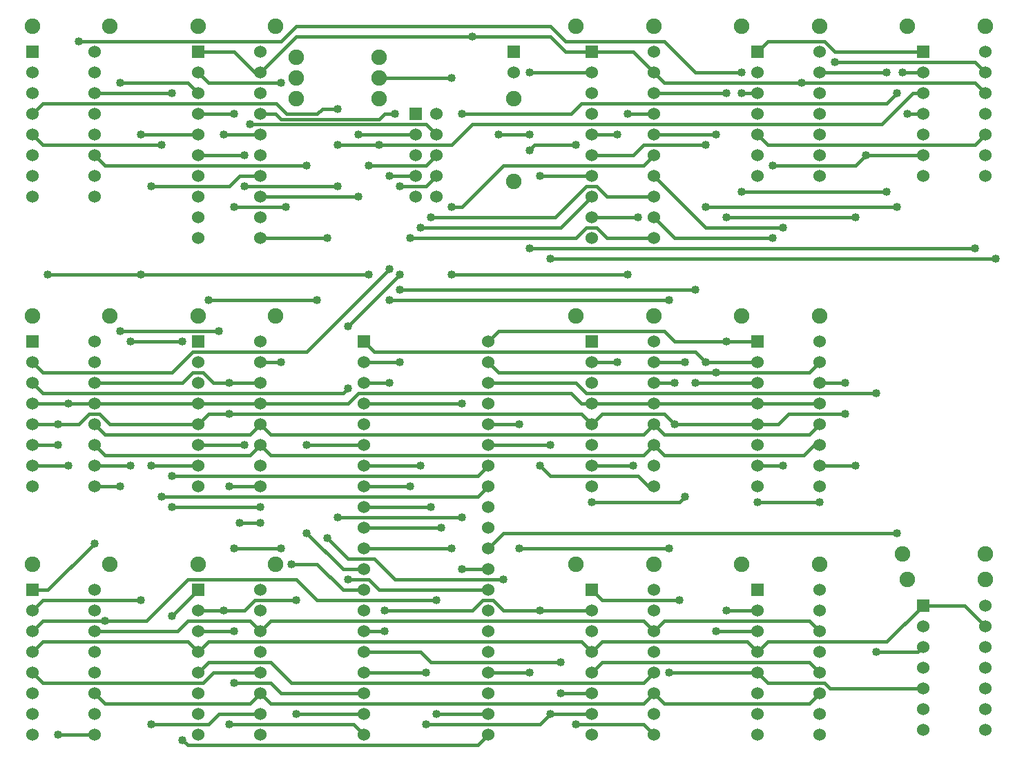
<source format=gbr>
G04 #@! TF.FileFunction,Copper,L1,Top,Signal*
%FSLAX46Y46*%
G04 Gerber Fmt 4.6, Leading zero omitted, Abs format (unit mm)*
G04 Created by KiCad (PCBNEW 4.0.7) date 03/16/20 14:44:42*
%MOMM*%
%LPD*%
G01*
G04 APERTURE LIST*
%ADD10C,0.100000*%
%ADD11C,1.524000*%
%ADD12R,1.524000X1.524000*%
%ADD13C,1.905000*%
%ADD14C,1.016000*%
%ADD15C,0.381000*%
G04 APERTURE END LIST*
D10*
D11*
X146685000Y-116840000D03*
X146685000Y-114300000D03*
X146685000Y-111760000D03*
X146685000Y-109220000D03*
X146685000Y-106680000D03*
X146685000Y-104140000D03*
X146685000Y-101600000D03*
X146685000Y-99060000D03*
X131445000Y-116840000D03*
X131445000Y-114300000D03*
X131445000Y-111760000D03*
X131445000Y-106680000D03*
X131445000Y-104140000D03*
X131445000Y-101600000D03*
X131445000Y-109220000D03*
X131445000Y-99060000D03*
D12*
X131445000Y-68580000D03*
D11*
X131445000Y-71120000D03*
X131445000Y-73660000D03*
X131445000Y-76200000D03*
X131445000Y-78740000D03*
X131445000Y-81280000D03*
X131445000Y-83820000D03*
X131445000Y-86360000D03*
X131445000Y-88900000D03*
X131445000Y-91440000D03*
X131445000Y-93980000D03*
X131445000Y-96520000D03*
X146685000Y-96520000D03*
X146685000Y-93980000D03*
X146685000Y-91440000D03*
X146685000Y-88900000D03*
X146685000Y-86360000D03*
X146685000Y-83820000D03*
X146685000Y-81280000D03*
X146685000Y-78740000D03*
X146685000Y-76200000D03*
X146685000Y-73660000D03*
X146685000Y-71120000D03*
X146685000Y-68580000D03*
X90805000Y-76200000D03*
X90805000Y-73660000D03*
X90805000Y-71120000D03*
D12*
X90805000Y-68580000D03*
D11*
X90805000Y-78740000D03*
X90805000Y-81280000D03*
X90805000Y-83820000D03*
X90805000Y-86360000D03*
X98425000Y-86360000D03*
X98425000Y-83820000D03*
X98425000Y-81280000D03*
X98425000Y-78740000D03*
X98425000Y-76200000D03*
X98425000Y-73660000D03*
X98425000Y-71120000D03*
X98425000Y-68580000D03*
D12*
X137795000Y-40640000D03*
D11*
X137795000Y-43180000D03*
X137795000Y-45720000D03*
X137795000Y-48260000D03*
X137795000Y-50800000D03*
X140335000Y-45720000D03*
X140335000Y-43180000D03*
X140335000Y-40640000D03*
X140335000Y-48260000D03*
X140335000Y-50800000D03*
X90805000Y-106680000D03*
X90805000Y-104140000D03*
X90805000Y-101600000D03*
D12*
X90805000Y-99060000D03*
D11*
X90805000Y-109220000D03*
X90805000Y-111760000D03*
X90805000Y-114300000D03*
X90805000Y-116840000D03*
X98425000Y-116840000D03*
X98425000Y-114300000D03*
X98425000Y-111760000D03*
X98425000Y-109220000D03*
X98425000Y-106680000D03*
X98425000Y-104140000D03*
X98425000Y-101600000D03*
X98425000Y-99060000D03*
X111125000Y-76200000D03*
X111125000Y-73660000D03*
X111125000Y-71120000D03*
D12*
X111125000Y-68580000D03*
D11*
X111125000Y-78740000D03*
X111125000Y-81280000D03*
X111125000Y-83820000D03*
X111125000Y-86360000D03*
X118745000Y-86360000D03*
X118745000Y-83820000D03*
X118745000Y-81280000D03*
X118745000Y-78740000D03*
X118745000Y-76200000D03*
X118745000Y-73660000D03*
X118745000Y-71120000D03*
X118745000Y-68580000D03*
D12*
X159385000Y-33020000D03*
D11*
X159385000Y-35560000D03*
X159385000Y-38100000D03*
X159385000Y-40640000D03*
X159385000Y-43180000D03*
X159385000Y-45720000D03*
X159385000Y-48260000D03*
X159385000Y-50800000D03*
X159385000Y-53340000D03*
X159385000Y-55880000D03*
X167005000Y-55880000D03*
X167005000Y-53340000D03*
X167005000Y-50800000D03*
X167005000Y-48260000D03*
X167005000Y-45720000D03*
X167005000Y-43180000D03*
X167005000Y-40640000D03*
X167005000Y-38100000D03*
X167005000Y-35560000D03*
X167005000Y-33020000D03*
D12*
X111125000Y-33020000D03*
D11*
X111125000Y-35560000D03*
X111125000Y-38100000D03*
X111125000Y-40640000D03*
X111125000Y-43180000D03*
X111125000Y-45720000D03*
X111125000Y-48260000D03*
X111125000Y-50800000D03*
X111125000Y-53340000D03*
X111125000Y-55880000D03*
X118745000Y-55880000D03*
X118745000Y-53340000D03*
X118745000Y-50800000D03*
X118745000Y-48260000D03*
X118745000Y-45720000D03*
X118745000Y-43180000D03*
X118745000Y-40640000D03*
X118745000Y-38100000D03*
X118745000Y-35560000D03*
X118745000Y-33020000D03*
D13*
X100330000Y-65405000D03*
X90805000Y-65405000D03*
X120650000Y-65405000D03*
X111125000Y-65405000D03*
X167005000Y-65405000D03*
X157480000Y-65405000D03*
X187325000Y-65405000D03*
X177800000Y-65405000D03*
X100330000Y-29845000D03*
X90805000Y-29845000D03*
X187325000Y-95885000D03*
X177800000Y-95885000D03*
X167005000Y-95885000D03*
X157480000Y-95885000D03*
X120650000Y-95885000D03*
X111125000Y-95885000D03*
X100330000Y-95885000D03*
X90805000Y-95885000D03*
X167005000Y-29845000D03*
X157480000Y-29845000D03*
X120650000Y-29845000D03*
X111125000Y-29845000D03*
X207645000Y-29845000D03*
X198120000Y-29845000D03*
X187325000Y-29845000D03*
X177800000Y-29845000D03*
X207645000Y-97790000D03*
X198120000Y-97790000D03*
D12*
X149860000Y-33020000D03*
D11*
X149860000Y-35560000D03*
D13*
X149860000Y-48895000D03*
X149860000Y-38735000D03*
X197485000Y-94615000D03*
X207645000Y-94615000D03*
X123190000Y-33655000D03*
X133350000Y-33655000D03*
X123190000Y-36195000D03*
X133350000Y-36195000D03*
X123190000Y-38735000D03*
X133350000Y-38735000D03*
D11*
X159385000Y-76200000D03*
X159385000Y-73660000D03*
X159385000Y-71120000D03*
D12*
X159385000Y-68580000D03*
D11*
X159385000Y-78740000D03*
X159385000Y-81280000D03*
X159385000Y-83820000D03*
X159385000Y-86360000D03*
X167005000Y-86360000D03*
X167005000Y-83820000D03*
X167005000Y-81280000D03*
X167005000Y-78740000D03*
X167005000Y-76200000D03*
X167005000Y-73660000D03*
X167005000Y-71120000D03*
X167005000Y-68580000D03*
X179705000Y-76200000D03*
X179705000Y-73660000D03*
X179705000Y-71120000D03*
D12*
X179705000Y-68580000D03*
D11*
X179705000Y-78740000D03*
X179705000Y-81280000D03*
X179705000Y-83820000D03*
X179705000Y-86360000D03*
X187325000Y-86360000D03*
X187325000Y-83820000D03*
X187325000Y-81280000D03*
X187325000Y-78740000D03*
X187325000Y-76200000D03*
X187325000Y-73660000D03*
X187325000Y-71120000D03*
X187325000Y-68580000D03*
X90805000Y-40640000D03*
X90805000Y-38100000D03*
X90805000Y-35560000D03*
D12*
X90805000Y-33020000D03*
D11*
X90805000Y-43180000D03*
X90805000Y-45720000D03*
X90805000Y-48260000D03*
X90805000Y-50800000D03*
X98425000Y-50800000D03*
X98425000Y-48260000D03*
X98425000Y-45720000D03*
X98425000Y-43180000D03*
X98425000Y-40640000D03*
X98425000Y-38100000D03*
X98425000Y-35560000D03*
X98425000Y-33020000D03*
X179705000Y-106680000D03*
X179705000Y-104140000D03*
X179705000Y-101600000D03*
D12*
X179705000Y-99060000D03*
D11*
X179705000Y-109220000D03*
X179705000Y-111760000D03*
X179705000Y-114300000D03*
X179705000Y-116840000D03*
X187325000Y-116840000D03*
X187325000Y-114300000D03*
X187325000Y-111760000D03*
X187325000Y-109220000D03*
X187325000Y-106680000D03*
X187325000Y-104140000D03*
X187325000Y-101600000D03*
X187325000Y-99060000D03*
X159385000Y-106680000D03*
X159385000Y-104140000D03*
X159385000Y-101600000D03*
D12*
X159385000Y-99060000D03*
D11*
X159385000Y-109220000D03*
X159385000Y-111760000D03*
X159385000Y-114300000D03*
X159385000Y-116840000D03*
X167005000Y-116840000D03*
X167005000Y-114300000D03*
X167005000Y-111760000D03*
X167005000Y-109220000D03*
X167005000Y-106680000D03*
X167005000Y-104140000D03*
X167005000Y-101600000D03*
X167005000Y-99060000D03*
X111125000Y-106680000D03*
X111125000Y-104140000D03*
X111125000Y-101600000D03*
D12*
X111125000Y-99060000D03*
D11*
X111125000Y-109220000D03*
X111125000Y-111760000D03*
X111125000Y-114300000D03*
X111125000Y-116840000D03*
X118745000Y-116840000D03*
X118745000Y-114300000D03*
X118745000Y-111760000D03*
X118745000Y-109220000D03*
X118745000Y-106680000D03*
X118745000Y-104140000D03*
X118745000Y-101600000D03*
X118745000Y-99060000D03*
X200025000Y-40640000D03*
X200025000Y-38100000D03*
D12*
X200025000Y-33020000D03*
D11*
X200025000Y-35560000D03*
X200025000Y-43180000D03*
X200025000Y-45720000D03*
X200025000Y-48260000D03*
X207645000Y-48260000D03*
X207645000Y-45720000D03*
X207645000Y-43180000D03*
X207645000Y-40640000D03*
X207645000Y-38100000D03*
X207645000Y-35560000D03*
X207645000Y-33020000D03*
X179705000Y-40640000D03*
X179705000Y-38100000D03*
D12*
X179705000Y-33020000D03*
D11*
X179705000Y-35560000D03*
X179705000Y-43180000D03*
X179705000Y-45720000D03*
X179705000Y-48260000D03*
X187325000Y-48260000D03*
X187325000Y-45720000D03*
X187325000Y-43180000D03*
X187325000Y-40640000D03*
X187325000Y-38100000D03*
X187325000Y-35560000D03*
X187325000Y-33020000D03*
X200025000Y-108585000D03*
X200025000Y-106045000D03*
D12*
X200025000Y-100965000D03*
D11*
X200025000Y-103505000D03*
X200025000Y-111125000D03*
X200025000Y-113665000D03*
X200025000Y-116205000D03*
X207645000Y-116205000D03*
X207645000Y-113665000D03*
X207645000Y-111125000D03*
X207645000Y-108585000D03*
X207645000Y-106045000D03*
X207645000Y-103505000D03*
X207645000Y-100965000D03*
D14*
X172085000Y-73660000D03*
X135255000Y-40640000D03*
X142240000Y-36195000D03*
X114935000Y-115570000D03*
X114300000Y-101600000D03*
X189230000Y-34290000D03*
X151765000Y-57150000D03*
X206375000Y-57150000D03*
X154305000Y-81280000D03*
X154305000Y-58420000D03*
X208915000Y-58420000D03*
X195580000Y-35560000D03*
X162560000Y-71120000D03*
X155575000Y-107950000D03*
X155575000Y-111760000D03*
X139065000Y-109220000D03*
X139065000Y-115570000D03*
X140335000Y-100330000D03*
X140335000Y-114300000D03*
X133985000Y-101600000D03*
X133985000Y-104140000D03*
X121285000Y-93980000D03*
X115570000Y-93980000D03*
X115570000Y-104140000D03*
X123190000Y-100330000D03*
X198120000Y-40640000D03*
X151765000Y-109220000D03*
X193040000Y-45720000D03*
X181610000Y-46990000D03*
X195580000Y-50165000D03*
X177800000Y-50165000D03*
X194310000Y-106680000D03*
X194310000Y-74930000D03*
X144780000Y-31115000D03*
X181610000Y-55880000D03*
X177800000Y-38100000D03*
X177800000Y-35560000D03*
X96520000Y-31750000D03*
X143510000Y-76200000D03*
X143510000Y-40640000D03*
X196850000Y-38100000D03*
X197485000Y-35560000D03*
X133350000Y-44450000D03*
X117475000Y-41910000D03*
X130810000Y-43180000D03*
X182880000Y-83820000D03*
X182880000Y-54610000D03*
X168910000Y-109220000D03*
X168910000Y-93980000D03*
X150495000Y-93980000D03*
X173355000Y-71120000D03*
X157480000Y-115570000D03*
X164465000Y-83820000D03*
X162560000Y-43180000D03*
X174625000Y-104140000D03*
X174625000Y-72390000D03*
X175895000Y-101600000D03*
X175895000Y-68580000D03*
X179705000Y-88265000D03*
X187325000Y-88265000D03*
X174625000Y-43180000D03*
X190500000Y-73660000D03*
X190500000Y-77470000D03*
X169545000Y-73660000D03*
X169545000Y-78740000D03*
X175895000Y-38100000D03*
X191770000Y-83820000D03*
X191770000Y-53340000D03*
X175895000Y-53340000D03*
X114935000Y-73660000D03*
X114935000Y-77470000D03*
X165100000Y-53340000D03*
X154305000Y-114300000D03*
X170180000Y-100330000D03*
X153035000Y-83820000D03*
X153035000Y-48260000D03*
X153035000Y-101600000D03*
X170815000Y-71120000D03*
X170815000Y-87630000D03*
X159385000Y-88265000D03*
X168910000Y-63500000D03*
X134620000Y-63500000D03*
X134620000Y-73660000D03*
X135890000Y-71120000D03*
X135890000Y-62230000D03*
X172085000Y-62230000D03*
X137160000Y-55880000D03*
X137160000Y-86360000D03*
X138430000Y-83820000D03*
X138430000Y-54610000D03*
X139700000Y-53340000D03*
X139700000Y-88900000D03*
X142240000Y-52070000D03*
X140970000Y-91440000D03*
X163830000Y-40640000D03*
X163830000Y-60325000D03*
X142240000Y-60325000D03*
X142240000Y-93980000D03*
X150495000Y-78740000D03*
X147955000Y-43180000D03*
X151765000Y-35560000D03*
X151765000Y-43180000D03*
X151765000Y-45085000D03*
X157480000Y-44450000D03*
X196850000Y-92075000D03*
X196850000Y-52070000D03*
X173355000Y-44450000D03*
X173355000Y-52070000D03*
X107950000Y-85090000D03*
X107950000Y-38100000D03*
X106680000Y-87630000D03*
X106680000Y-44450000D03*
X143510000Y-90170000D03*
X143510000Y-96520000D03*
X128270000Y-90170000D03*
X128270000Y-49530000D03*
X116840000Y-49530000D03*
X129540000Y-97790000D03*
X125730000Y-63500000D03*
X148590000Y-97790000D03*
X112395000Y-63500000D03*
X127000000Y-92710000D03*
X127000000Y-55880000D03*
X93980000Y-78740000D03*
X95250000Y-76200000D03*
X130810000Y-50800000D03*
X135890000Y-49530000D03*
X135890000Y-60325000D03*
X129540000Y-74295000D03*
X129540000Y-66675000D03*
X134620000Y-48260000D03*
X134620000Y-59690000D03*
X132080000Y-46990000D03*
X132080000Y-60325000D03*
X124460000Y-81280000D03*
X124460000Y-46990000D03*
X121285000Y-36830000D03*
X124460000Y-92075000D03*
X122555000Y-95885000D03*
X121920000Y-52070000D03*
X115570000Y-52070000D03*
X123190000Y-114300000D03*
X115570000Y-110490000D03*
X116840000Y-81280000D03*
X93980000Y-81280000D03*
X93980000Y-116840000D03*
X95250000Y-83820000D03*
X99695000Y-102870000D03*
X98425000Y-93345000D03*
X104140000Y-100330000D03*
X104140000Y-60325000D03*
X92710000Y-60325000D03*
X118745000Y-88900000D03*
X107950000Y-102235000D03*
X107950000Y-88900000D03*
X116205000Y-90805000D03*
X118745000Y-90805000D03*
X105410000Y-83820000D03*
X109220000Y-117475000D03*
X105410000Y-115570000D03*
X105410000Y-49530000D03*
X115570000Y-40640000D03*
X116840000Y-45720000D03*
X121285000Y-71120000D03*
X114935000Y-86360000D03*
X114300000Y-43180000D03*
X128270000Y-40005000D03*
X128270000Y-44450000D03*
X109220000Y-68580000D03*
X102870000Y-68580000D03*
X102870000Y-83820000D03*
X113665000Y-67310000D03*
X101600000Y-67310000D03*
X101600000Y-86360000D03*
X104140000Y-43180000D03*
X101600000Y-36830000D03*
X185166000Y-36830000D03*
D15*
X146685000Y-116840000D02*
X145415000Y-118110000D01*
X109855000Y-118110000D02*
X109220000Y-117475000D01*
X145415000Y-118110000D02*
X109855000Y-118110000D01*
X99695000Y-102870000D02*
X92075000Y-102870000D01*
X92075000Y-102870000D02*
X90805000Y-104140000D01*
X140335000Y-100330000D02*
X125730000Y-100330000D01*
X104775000Y-102870000D02*
X99695000Y-102870000D01*
X109855000Y-97790000D02*
X104775000Y-102870000D01*
X123190000Y-97790000D02*
X109855000Y-97790000D01*
X125730000Y-100330000D02*
X123190000Y-97790000D01*
X146685000Y-114300000D02*
X140335000Y-114300000D01*
X151765000Y-109220000D02*
X146685000Y-109220000D01*
X151765000Y-57150000D02*
X206375000Y-57150000D01*
X185166000Y-36830000D02*
X168275000Y-36830000D01*
X168275000Y-36830000D02*
X167005000Y-35560000D01*
X207645000Y-38100000D02*
X206375000Y-36830000D01*
X206375000Y-36830000D02*
X185166000Y-36830000D01*
X159385000Y-33020000D02*
X156210000Y-33020000D01*
X154305000Y-31115000D02*
X144780000Y-31115000D01*
X156210000Y-33020000D02*
X154305000Y-31115000D01*
X144780000Y-31115000D02*
X125730000Y-31115000D01*
X123190000Y-31115000D02*
X118745000Y-35560000D01*
X125730000Y-31115000D02*
X123190000Y-31115000D01*
X118745000Y-35560000D02*
X118110000Y-35560000D01*
X118110000Y-35560000D02*
X115570000Y-33020000D01*
X115570000Y-33020000D02*
X111125000Y-33020000D01*
X167005000Y-35560000D02*
X164465000Y-33020000D01*
X164465000Y-33020000D02*
X159385000Y-33020000D01*
X127000000Y-55880000D02*
X120015000Y-55880000D01*
X120015000Y-55880000D02*
X118745000Y-55880000D01*
X127000000Y-92710000D02*
X129540000Y-95250000D01*
X135255000Y-97790000D02*
X132715000Y-95250000D01*
X132715000Y-95250000D02*
X129540000Y-95250000D01*
X135255000Y-97790000D02*
X148590000Y-97790000D01*
X125730000Y-63500000D02*
X112395000Y-63500000D01*
X146685000Y-99060000D02*
X133350000Y-99060000D01*
X132080000Y-97790000D02*
X129540000Y-97790000D01*
X133350000Y-99060000D02*
X132080000Y-97790000D01*
X114935000Y-115570000D02*
X130175000Y-115570000D01*
X130175000Y-115570000D02*
X131445000Y-116840000D01*
X131445000Y-114300000D02*
X123190000Y-114300000D01*
X114300000Y-101600000D02*
X116840000Y-101600000D01*
X123190000Y-100330000D02*
X123190000Y-100330000D01*
X118110000Y-100330000D02*
X123190000Y-100330000D01*
X116840000Y-101600000D02*
X118110000Y-100330000D01*
X111125000Y-101600000D02*
X114300000Y-101600000D01*
X118745000Y-71120000D02*
X121285000Y-71120000D01*
X131445000Y-111760000D02*
X121285000Y-111760000D01*
X120015000Y-110490000D02*
X115570000Y-110490000D01*
X121285000Y-111760000D02*
X120015000Y-110490000D01*
X131445000Y-111760000D02*
X131445000Y-111760000D01*
X115570000Y-104140000D02*
X111125000Y-104140000D01*
X121285000Y-93980000D02*
X115570000Y-93980000D01*
X159385000Y-111760000D02*
X155575000Y-111760000D01*
X131445000Y-106680000D02*
X138430000Y-106680000D01*
X139700000Y-107950000D02*
X155575000Y-107950000D01*
X138430000Y-106680000D02*
X139700000Y-107950000D01*
X162560000Y-71120000D02*
X159385000Y-71120000D01*
X159385000Y-101600000D02*
X153035000Y-101600000D01*
X153035000Y-101600000D02*
X148590000Y-101600000D01*
X148590000Y-101600000D02*
X147320000Y-100330000D01*
X147320000Y-100330000D02*
X146050000Y-100330000D01*
X146050000Y-100330000D02*
X144780000Y-101600000D01*
X144780000Y-101600000D02*
X133985000Y-101600000D01*
X131445000Y-104140000D02*
X133985000Y-104140000D01*
X154305000Y-114300000D02*
X153035000Y-115570000D01*
X153035000Y-115570000D02*
X139065000Y-115570000D01*
X159385000Y-114300000D02*
X154305000Y-114300000D01*
X139065000Y-109220000D02*
X131445000Y-109220000D01*
X111125000Y-40640000D02*
X115570000Y-40640000D01*
X121920000Y-52070000D02*
X115570000Y-52070000D01*
X131445000Y-99060000D02*
X128905000Y-99060000D01*
X125730000Y-95885000D02*
X122555000Y-95885000D01*
X128905000Y-99060000D02*
X125730000Y-95885000D01*
X173355000Y-71120000D02*
X172085000Y-69850000D01*
X132715000Y-69850000D02*
X131445000Y-68580000D01*
X172085000Y-69850000D02*
X132715000Y-69850000D01*
X179705000Y-71120000D02*
X173355000Y-71120000D01*
X131445000Y-71120000D02*
X135890000Y-71120000D01*
X172085000Y-62230000D02*
X135890000Y-62230000D01*
X179705000Y-73660000D02*
X172085000Y-73660000D01*
X134620000Y-73660000D02*
X131445000Y-73660000D01*
X168910000Y-63500000D02*
X134620000Y-63500000D01*
X159385000Y-88265000D02*
X170180000Y-88265000D01*
X170180000Y-88265000D02*
X170815000Y-87630000D01*
X167005000Y-71120000D02*
X170815000Y-71120000D01*
X200025000Y-35560000D02*
X197485000Y-35560000D01*
X143510000Y-40640000D02*
X156845000Y-40640000D01*
X195580000Y-39370000D02*
X196850000Y-38100000D01*
X158115000Y-39370000D02*
X195580000Y-39370000D01*
X156845000Y-40640000D02*
X158115000Y-39370000D01*
X131445000Y-76200000D02*
X143510000Y-76200000D01*
X128270000Y-40005000D02*
X126365000Y-40005000D01*
X92075000Y-39370000D02*
X90805000Y-40640000D01*
X120703998Y-39370000D02*
X92075000Y-39370000D01*
X121973998Y-40640000D02*
X120703998Y-39370000D01*
X125730000Y-40640000D02*
X121973998Y-40640000D01*
X126365000Y-40005000D02*
X125730000Y-40640000D01*
X133350000Y-44450000D02*
X128270000Y-44450000D01*
X200025000Y-38100000D02*
X198755000Y-38100000D01*
X142240000Y-44450000D02*
X133350000Y-44450000D01*
X144780000Y-41910000D02*
X142240000Y-44450000D01*
X194945000Y-41910000D02*
X144780000Y-41910000D01*
X198755000Y-38100000D02*
X194945000Y-41910000D01*
X124460000Y-46990000D02*
X99695000Y-46990000D01*
X99695000Y-46990000D02*
X98425000Y-45720000D01*
X131445000Y-81280000D02*
X124460000Y-81280000D01*
X177800000Y-35560000D02*
X172085000Y-35560000D01*
X121285000Y-31750000D02*
X96520000Y-31750000D01*
X123190000Y-29845000D02*
X121285000Y-31750000D01*
X154305000Y-29845000D02*
X123190000Y-29845000D01*
X156210000Y-31750000D02*
X154305000Y-29845000D01*
X168275000Y-31750000D02*
X156210000Y-31750000D01*
X172085000Y-35560000D02*
X168275000Y-31750000D01*
X179705000Y-38100000D02*
X177800000Y-38100000D01*
X159385000Y-50800000D02*
X155575000Y-54610000D01*
X155575000Y-54610000D02*
X138430000Y-54610000D01*
X131445000Y-83820000D02*
X138430000Y-83820000D01*
X137160000Y-86360000D02*
X131445000Y-86360000D01*
X167005000Y-55880000D02*
X161290000Y-55880000D01*
X157480000Y-55880000D02*
X137160000Y-55880000D01*
X158750000Y-54610000D02*
X157480000Y-55880000D01*
X160020000Y-54610000D02*
X158750000Y-54610000D01*
X161290000Y-55880000D02*
X160020000Y-54610000D01*
X167005000Y-55880000D02*
X166370000Y-55880000D01*
X139700000Y-88900000D02*
X131445000Y-88900000D01*
X167005000Y-50800000D02*
X161290000Y-50800000D01*
X154940000Y-53340000D02*
X139700000Y-53340000D01*
X158750000Y-49530000D02*
X154940000Y-53340000D01*
X160020000Y-49530000D02*
X158750000Y-49530000D01*
X161290000Y-50800000D02*
X160020000Y-49530000D01*
X140970000Y-91440000D02*
X131445000Y-91440000D01*
X167005000Y-45720000D02*
X165735000Y-46990000D01*
X143510000Y-52070000D02*
X142240000Y-52070000D01*
X148590000Y-46990000D02*
X143510000Y-52070000D01*
X165735000Y-46990000D02*
X148590000Y-46990000D01*
X142240000Y-93980000D02*
X131445000Y-93980000D01*
X163830000Y-60325000D02*
X142240000Y-60325000D01*
X167005000Y-40640000D02*
X163830000Y-40640000D01*
X131445000Y-96520000D02*
X128905000Y-96520000D01*
X128905000Y-96520000D02*
X124460000Y-92075000D01*
X111125000Y-35560000D02*
X112395000Y-36830000D01*
X112395000Y-36830000D02*
X121285000Y-36830000D01*
X116840000Y-45720000D02*
X111125000Y-45720000D01*
X128270000Y-49530000D02*
X116840000Y-49530000D01*
X143510000Y-90170000D02*
X128270000Y-90170000D01*
X146685000Y-96520000D02*
X143510000Y-96520000D01*
X196850000Y-52070000D02*
X173355000Y-52070000D01*
X159385000Y-45720000D02*
X164465000Y-45720000D01*
X165735000Y-44450000D02*
X173355000Y-44450000D01*
X164465000Y-45720000D02*
X165735000Y-44450000D01*
X146685000Y-93980000D02*
X148590000Y-92075000D01*
X148590000Y-92075000D02*
X196850000Y-92075000D01*
X157480000Y-44450000D02*
X152400000Y-44450000D01*
X152400000Y-44450000D02*
X151765000Y-45085000D01*
X147955000Y-43180000D02*
X151765000Y-43180000D01*
X159385000Y-35560000D02*
X151765000Y-35560000D01*
X106680000Y-44450000D02*
X106680000Y-44450000D01*
X92075000Y-44450000D02*
X90805000Y-43180000D01*
X106680000Y-44450000D02*
X92075000Y-44450000D01*
X106680000Y-44450000D02*
X106680000Y-44450000D01*
X146685000Y-86360000D02*
X145415000Y-87630000D01*
X145415000Y-87630000D02*
X106680000Y-87630000D01*
X98425000Y-38100000D02*
X107950000Y-38100000D01*
X146685000Y-83820000D02*
X145415000Y-85090000D01*
X145415000Y-85090000D02*
X107950000Y-85090000D01*
X154305000Y-58420000D02*
X208915000Y-58420000D01*
X146685000Y-81280000D02*
X154305000Y-81280000D01*
X150495000Y-78740000D02*
X146685000Y-78740000D01*
X168910000Y-93980000D02*
X150495000Y-93980000D01*
X179705000Y-109220000D02*
X168910000Y-109220000D01*
X200025000Y-111125000D02*
X188595000Y-111125000D01*
X180975000Y-110490000D02*
X179705000Y-109220000D01*
X187960000Y-110490000D02*
X180975000Y-110490000D01*
X188595000Y-111125000D02*
X187960000Y-110490000D01*
X194310000Y-74930000D02*
X158750000Y-74930000D01*
X157480000Y-73660000D02*
X146685000Y-73660000D01*
X158750000Y-74930000D02*
X157480000Y-73660000D01*
X200025000Y-106045000D02*
X199390000Y-106680000D01*
X199390000Y-106680000D02*
X194310000Y-106680000D01*
X174625000Y-72390000D02*
X147955000Y-72390000D01*
X147955000Y-72390000D02*
X146685000Y-71120000D01*
X187325000Y-71120000D02*
X186055000Y-72390000D01*
X186055000Y-72390000D02*
X174625000Y-72390000D01*
X179705000Y-104140000D02*
X174625000Y-104140000D01*
X175895000Y-68580000D02*
X169545000Y-68580000D01*
X147955000Y-67310000D02*
X146685000Y-68580000D01*
X168275000Y-67310000D02*
X147955000Y-67310000D01*
X169545000Y-68580000D02*
X168275000Y-67310000D01*
X179705000Y-101600000D02*
X175895000Y-101600000D01*
X179705000Y-68580000D02*
X175895000Y-68580000D01*
X195580000Y-35560000D02*
X187325000Y-35560000D01*
X207645000Y-103505000D02*
X205105000Y-100965000D01*
X205105000Y-100965000D02*
X200025000Y-100965000D01*
X200025000Y-100965000D02*
X195580000Y-105410000D01*
X180975000Y-105410000D02*
X179705000Y-106680000D01*
X195580000Y-105410000D02*
X180975000Y-105410000D01*
X179705000Y-106680000D02*
X178435000Y-105410000D01*
X178435000Y-105410000D02*
X160655000Y-105410000D01*
X160655000Y-105410000D02*
X159385000Y-106680000D01*
X159385000Y-106680000D02*
X158115000Y-105410000D01*
X158115000Y-105410000D02*
X112395000Y-105410000D01*
X112395000Y-105410000D02*
X111125000Y-106680000D01*
X111125000Y-106680000D02*
X109855000Y-105410000D01*
X109855000Y-105410000D02*
X92075000Y-105410000D01*
X92075000Y-105410000D02*
X90805000Y-106680000D01*
X118745000Y-76200000D02*
X111125000Y-76200000D01*
X118745000Y-76200000D02*
X129540000Y-76200000D01*
X158115000Y-76200000D02*
X159385000Y-76200000D01*
X156845000Y-74930000D02*
X158115000Y-76200000D01*
X130810000Y-74930000D02*
X156845000Y-74930000D01*
X129540000Y-76200000D02*
X130810000Y-74930000D01*
X98425000Y-76200000D02*
X95250000Y-76200000D01*
X95250000Y-76200000D02*
X90805000Y-76200000D01*
X187325000Y-76200000D02*
X179705000Y-76200000D01*
X179705000Y-76200000D02*
X167005000Y-76200000D01*
X167005000Y-76200000D02*
X159385000Y-76200000D01*
X111125000Y-76200000D02*
X98425000Y-76200000D01*
X114935000Y-73660000D02*
X113030000Y-73660000D01*
X109220000Y-73660000D02*
X98425000Y-73660000D01*
X110490000Y-72390000D02*
X109220000Y-73660000D01*
X111760000Y-72390000D02*
X110490000Y-72390000D01*
X113030000Y-73660000D02*
X111760000Y-72390000D01*
X90805000Y-78740000D02*
X93980000Y-78740000D01*
X93980000Y-78740000D02*
X96520000Y-78740000D01*
X96520000Y-78740000D02*
X97790000Y-77470000D01*
X97790000Y-77470000D02*
X99060000Y-77470000D01*
X99060000Y-77470000D02*
X100330000Y-78740000D01*
X100330000Y-78740000D02*
X111125000Y-78740000D01*
X118745000Y-73660000D02*
X114935000Y-73660000D01*
X111125000Y-78740000D02*
X112395000Y-77470000D01*
X112395000Y-77470000D02*
X114935000Y-77470000D01*
X114935000Y-77470000D02*
X158115000Y-77470000D01*
X158115000Y-77470000D02*
X159385000Y-78740000D01*
X169545000Y-78740000D02*
X168275000Y-77470000D01*
X160655000Y-77470000D02*
X159385000Y-78740000D01*
X168275000Y-77470000D02*
X160655000Y-77470000D01*
X179705000Y-78740000D02*
X169545000Y-78740000D01*
X167005000Y-73660000D02*
X169545000Y-73660000D01*
X187325000Y-73660000D02*
X190500000Y-73660000D01*
X179705000Y-78740000D02*
X182245000Y-78740000D01*
X182245000Y-78740000D02*
X183515000Y-77470000D01*
X183515000Y-77470000D02*
X190500000Y-77470000D01*
X111125000Y-38100000D02*
X109855000Y-36830000D01*
X109855000Y-36830000D02*
X101600000Y-36830000D01*
X98425000Y-116840000D02*
X93980000Y-116840000D01*
X90805000Y-81280000D02*
X93980000Y-81280000D01*
X111125000Y-43180000D02*
X104140000Y-43180000D01*
X90805000Y-83820000D02*
X95250000Y-83820000D01*
X101600000Y-86360000D02*
X98425000Y-86360000D01*
X113665000Y-67310000D02*
X101600000Y-67310000D01*
X90805000Y-99060000D02*
X92710000Y-99060000D01*
X92710000Y-99060000D02*
X98425000Y-93345000D01*
X102870000Y-68580000D02*
X109220000Y-68580000D01*
X102870000Y-83820000D02*
X98425000Y-83820000D01*
X187325000Y-81280000D02*
X186690000Y-81280000D01*
X186690000Y-81280000D02*
X185420000Y-82550000D01*
X185420000Y-82550000D02*
X168275000Y-82550000D01*
X168275000Y-82550000D02*
X167005000Y-81280000D01*
X167005000Y-81280000D02*
X165735000Y-82550000D01*
X165735000Y-82550000D02*
X120015000Y-82550000D01*
X120015000Y-82550000D02*
X118745000Y-81280000D01*
X118745000Y-81280000D02*
X117475000Y-82550000D01*
X117475000Y-82550000D02*
X99695000Y-82550000D01*
X99695000Y-82550000D02*
X98425000Y-81280000D01*
X187325000Y-78740000D02*
X186055000Y-80010000D01*
X168275000Y-80010000D02*
X167005000Y-78740000D01*
X186055000Y-80010000D02*
X168275000Y-80010000D01*
X167005000Y-78740000D02*
X165735000Y-80010000D01*
X165735000Y-80010000D02*
X120015000Y-80010000D01*
X120015000Y-80010000D02*
X118745000Y-78740000D01*
X118745000Y-78740000D02*
X117475000Y-80010000D01*
X117475000Y-80010000D02*
X99695000Y-80010000D01*
X99695000Y-80010000D02*
X98425000Y-78740000D01*
X118745000Y-90805000D02*
X116205000Y-90805000D01*
X111125000Y-81280000D02*
X116840000Y-81280000D01*
X105410000Y-49530000D02*
X114935000Y-49530000D01*
X116205000Y-48260000D02*
X118745000Y-48260000D01*
X114935000Y-49530000D02*
X116205000Y-48260000D01*
X118745000Y-114300000D02*
X113665000Y-114300000D01*
X112395000Y-115570000D02*
X105410000Y-115570000D01*
X113665000Y-114300000D02*
X112395000Y-115570000D01*
X111125000Y-83820000D02*
X105410000Y-83820000D01*
X118745000Y-43180000D02*
X114300000Y-43180000D01*
X118745000Y-86360000D02*
X114935000Y-86360000D01*
X118745000Y-88900000D02*
X107950000Y-88900000D01*
X111125000Y-99060000D02*
X107950000Y-102235000D01*
X167005000Y-116840000D02*
X165735000Y-115570000D01*
X165735000Y-115570000D02*
X157480000Y-115570000D01*
X162560000Y-43180000D02*
X159385000Y-43180000D01*
X164465000Y-83820000D02*
X159385000Y-83820000D01*
X159385000Y-48260000D02*
X153035000Y-48260000D01*
X167005000Y-86360000D02*
X166370000Y-86360000D01*
X166370000Y-86360000D02*
X165100000Y-85090000D01*
X154305000Y-85090000D02*
X153035000Y-83820000D01*
X165100000Y-85090000D02*
X154305000Y-85090000D01*
X159385000Y-99060000D02*
X160655000Y-100330000D01*
X160655000Y-100330000D02*
X170180000Y-100330000D01*
X165100000Y-53340000D02*
X159385000Y-53340000D01*
X181610000Y-55880000D02*
X169545000Y-55880000D01*
X169545000Y-55880000D02*
X167005000Y-53340000D01*
X182880000Y-54610000D02*
X173355000Y-54610000D01*
X173355000Y-54610000D02*
X167005000Y-48260000D01*
X182880000Y-83820000D02*
X179705000Y-83820000D01*
X167005000Y-43180000D02*
X174625000Y-43180000D01*
X187325000Y-88265000D02*
X179705000Y-88265000D01*
X191770000Y-53340000D02*
X175895000Y-53340000D01*
X187325000Y-83820000D02*
X191770000Y-83820000D01*
X167005000Y-38100000D02*
X175895000Y-38100000D01*
X187325000Y-111760000D02*
X186055000Y-113030000D01*
X168275000Y-113030000D02*
X167005000Y-111760000D01*
X186055000Y-113030000D02*
X168275000Y-113030000D01*
X167005000Y-111760000D02*
X165735000Y-113030000D01*
X165735000Y-113030000D02*
X120015000Y-113030000D01*
X120015000Y-113030000D02*
X118745000Y-111760000D01*
X118745000Y-111760000D02*
X117475000Y-113030000D01*
X117475000Y-113030000D02*
X99695000Y-113030000D01*
X99695000Y-113030000D02*
X98425000Y-111760000D01*
X187325000Y-109220000D02*
X186055000Y-107950000D01*
X160655000Y-107950000D02*
X159385000Y-109220000D01*
X186055000Y-107950000D02*
X160655000Y-107950000D01*
X193040000Y-45720000D02*
X191770000Y-46990000D01*
X191770000Y-46990000D02*
X181610000Y-46990000D01*
X200025000Y-45720000D02*
X193040000Y-45720000D01*
X118745000Y-104140000D02*
X117475000Y-102870000D01*
X108585000Y-104140000D02*
X98425000Y-104140000D01*
X109855000Y-102870000D02*
X108585000Y-104140000D01*
X117475000Y-102870000D02*
X109855000Y-102870000D01*
X118745000Y-104140000D02*
X120015000Y-102870000D01*
X120015000Y-102870000D02*
X165735000Y-102870000D01*
X165735000Y-102870000D02*
X167005000Y-104140000D01*
X167005000Y-104140000D02*
X168275000Y-102870000D01*
X186055000Y-102870000D02*
X187325000Y-104140000D01*
X168275000Y-102870000D02*
X186055000Y-102870000D01*
X167005000Y-109220000D02*
X165735000Y-110490000D01*
X112395000Y-107950000D02*
X111125000Y-109220000D01*
X120015000Y-107950000D02*
X112395000Y-107950000D01*
X122555000Y-110490000D02*
X120015000Y-107950000D01*
X165735000Y-110490000D02*
X122555000Y-110490000D01*
X118745000Y-109220000D02*
X113030000Y-109220000D01*
X92075000Y-110490000D02*
X90805000Y-109220000D01*
X111760000Y-110490000D02*
X92075000Y-110490000D01*
X113030000Y-109220000D02*
X111760000Y-110490000D01*
X200025000Y-40640000D02*
X198120000Y-40640000D01*
X200025000Y-33020000D02*
X189230000Y-33020000D01*
X180975000Y-31750000D02*
X179705000Y-33020000D01*
X187960000Y-31750000D02*
X180975000Y-31750000D01*
X189230000Y-33020000D02*
X187960000Y-31750000D01*
X207645000Y-43180000D02*
X206375000Y-44450000D01*
X180975000Y-44450000D02*
X179705000Y-43180000D01*
X206375000Y-44450000D02*
X180975000Y-44450000D01*
X207645000Y-35560000D02*
X206375000Y-34290000D01*
X206375000Y-34290000D02*
X189230000Y-34290000D01*
X195580000Y-50165000D02*
X177800000Y-50165000D01*
X134620000Y-59690000D02*
X124460000Y-69850000D01*
X110490000Y-69850000D02*
X124460000Y-69850000D01*
X137795000Y-48260000D02*
X134620000Y-48260000D01*
X107950000Y-72390000D02*
X110490000Y-69850000D01*
X92075000Y-72390000D02*
X107950000Y-72390000D01*
X92075000Y-72390000D02*
X90805000Y-71120000D01*
X104140000Y-60325000D02*
X92710000Y-60325000D01*
X92075000Y-100330000D02*
X104140000Y-100330000D01*
X140335000Y-45720000D02*
X139065000Y-46990000D01*
X139065000Y-46990000D02*
X132080000Y-46990000D01*
X132080000Y-60325000D02*
X104140000Y-60325000D01*
X90805000Y-101600000D02*
X92075000Y-100330000D01*
X135890000Y-60325000D02*
X129540000Y-66675000D01*
X129540000Y-74295000D02*
X128905000Y-74930000D01*
X92075000Y-74930000D02*
X128905000Y-74930000D01*
X139065000Y-49530000D02*
X135890000Y-49530000D01*
X92075000Y-74930000D02*
X90805000Y-73660000D01*
X140335000Y-48260000D02*
X139065000Y-49530000D01*
X137795000Y-43180000D02*
X130810000Y-43180000D01*
X118745000Y-50800000D02*
X130810000Y-50800000D01*
X135255000Y-40640000D02*
X133985000Y-40640000D01*
X133985000Y-40640000D02*
X133350000Y-41275000D01*
X133350000Y-41275000D02*
X121285000Y-41275000D01*
X120650000Y-40640000D02*
X118745000Y-40640000D01*
X121285000Y-41275000D02*
X120650000Y-40640000D01*
X139065000Y-41910000D02*
X117475000Y-41910000D01*
X140335000Y-43180000D02*
X139065000Y-41910000D01*
X142240000Y-36195000D02*
X133350000Y-36195000D01*
M02*

</source>
